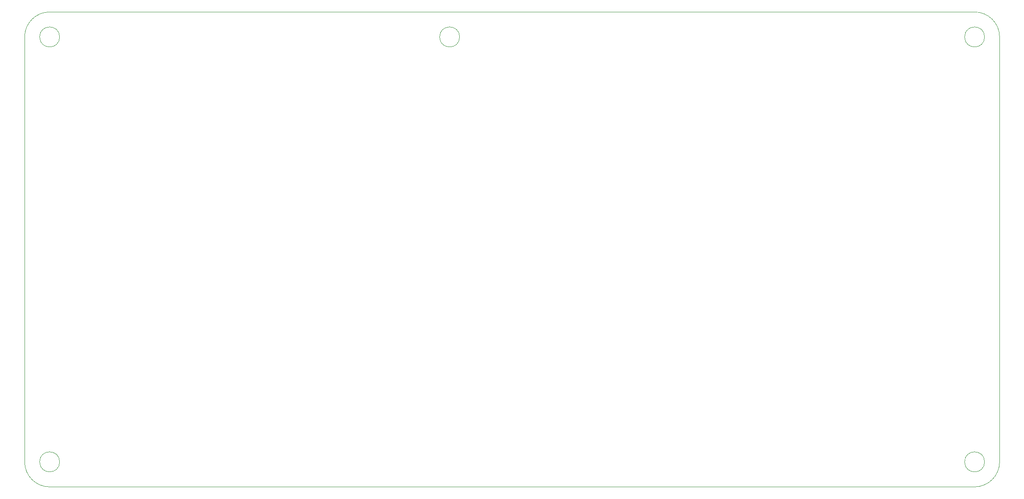
<source format=gbr>
G04 #@! TF.FileFunction,Profile,NP*
%FSLAX46Y46*%
G04 Gerber Fmt 4.6, Leading zero omitted, Abs format (unit mm)*
G04 Created by KiCad (PCBNEW 4.0.7) date 12/26/17 17:51:00*
%MOMM*%
%LPD*%
G01*
G04 APERTURE LIST*
%ADD10C,0.100000*%
G04 APERTURE END LIST*
D10*
X129500000Y-60000000D02*
G75*
G03X129500000Y-60000000I-2000000J0D01*
G01*
X234500000Y-145000000D02*
G75*
G03X234500000Y-145000000I-2000000J0D01*
G01*
X49500000Y-145000000D02*
G75*
G03X49500000Y-145000000I-2000000J0D01*
G01*
X49500000Y-60000000D02*
G75*
G03X49500000Y-60000000I-2000000J0D01*
G01*
X234500000Y-60000000D02*
G75*
G03X234500000Y-60000000I-2000000J0D01*
G01*
X42500000Y-60000000D02*
X42500000Y-145000000D01*
X47500000Y-150000000D02*
X232500000Y-150000000D01*
X237500000Y-145000000D02*
X237500000Y-60000000D01*
X47500000Y-55000000D02*
X232500000Y-55000000D01*
X42500000Y-145000000D02*
G75*
G03X47500000Y-150000000I5000000J0D01*
G01*
X232500000Y-150000000D02*
G75*
G03X237500000Y-145000000I0J5000000D01*
G01*
X237500000Y-60000000D02*
G75*
G03X232500000Y-55000000I-5000000J0D01*
G01*
X47500000Y-55000000D02*
G75*
G03X42500000Y-60000000I0J-5000000D01*
G01*
M02*

</source>
